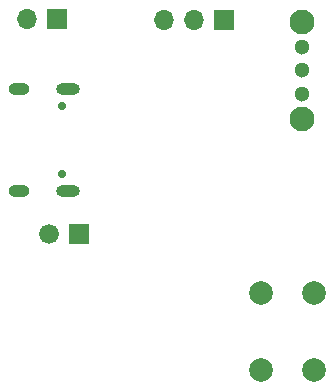
<source format=gbr>
%TF.GenerationSoftware,KiCad,Pcbnew,7.0.9*%
%TF.CreationDate,2024-09-29T22:30:58+03:00*%
%TF.ProjectId,LED-HeadBand,4c45442d-4865-4616-9442-616e642e6b69,rev?*%
%TF.SameCoordinates,Original*%
%TF.FileFunction,Soldermask,Bot*%
%TF.FilePolarity,Negative*%
%FSLAX46Y46*%
G04 Gerber Fmt 4.6, Leading zero omitted, Abs format (unit mm)*
G04 Created by KiCad (PCBNEW 7.0.9) date 2024-09-29 22:30:58*
%MOMM*%
%LPD*%
G01*
G04 APERTURE LIST*
%ADD10C,2.000000*%
%ADD11R,1.700000X1.700000*%
%ADD12O,1.700000X1.700000*%
%ADD13C,2.100000*%
%ADD14C,1.300000*%
%ADD15C,0.700025*%
%ADD16O,2.000000X1.000000*%
%ADD17O,1.800000X1.000000*%
%ADD18R,1.676403X1.676403*%
%ADD19C,1.676403*%
G04 APERTURE END LIST*
D10*
%TO.C,SW1*%
X145832000Y-57098000D03*
X145832000Y-50598000D03*
X150332000Y-57098000D03*
X150332000Y-50598000D03*
%TD*%
D11*
%TO.C,J2*%
X142748000Y-27490000D03*
D12*
X140208000Y-27490000D03*
X137668000Y-27490000D03*
%TD*%
D13*
%TO.C,SW2*%
X149280000Y-35830000D03*
X149280000Y-27630000D03*
D14*
X149280000Y-33730000D03*
X149280000Y-31730000D03*
X149280000Y-29730000D03*
%TD*%
D11*
%TO.C,BT1*%
X128579800Y-27381200D03*
D12*
X126039800Y-27381200D03*
%TD*%
D15*
%TO.C,U6*%
X128975975Y-34739982D03*
X128975975Y-40520018D03*
D16*
X129506075Y-33309959D03*
X129506075Y-41950041D03*
D17*
X125325988Y-33309959D03*
X125325988Y-41950041D03*
%TD*%
D18*
%TO.C,U7*%
X130429003Y-45618396D03*
D19*
X127888997Y-45618396D03*
%TD*%
M02*

</source>
